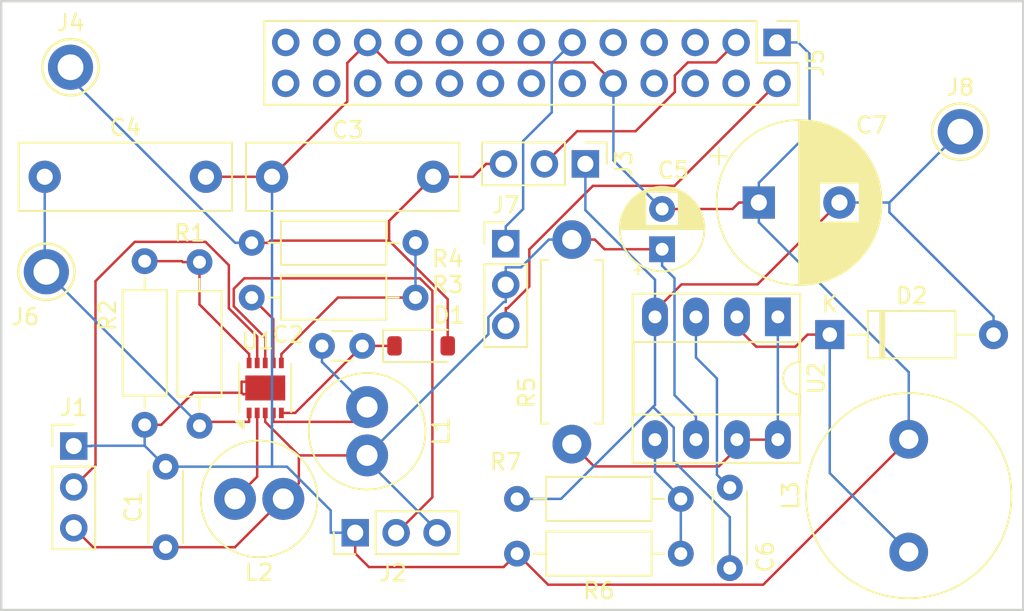
<source format=kicad_pcb>
(kicad_pcb (version 20240108) (generator "pcbnew") (generator_version "8.0")
  (title_block (title "LCD Bias Regulator Test") (date "2024-06-20") (rev "2") (company "Author: Michael Singer") (comment 1 "https://github.com/msinger/gbreveng/") (comment 2 "http://iceboy.a-singer.de/"))
  (layers (0 "F.Cu" signal) (31 "B.Cu" signal) (34 "B.Paste" user) (35 "F.Paste" user) (36 "B.SilkS" user "B.Silkscreen") (37 "F.SilkS" user "F.Silkscreen") (38 "B.Mask" user) (39 "F.Mask" user) (44 "Edge.Cuts" user))
  (net 0 "")
  (net 1 "VCC")
  (net 2 "GND")
  (net 3 "Net-(U1-SW2)")
  (net 4 "Net-(D1-K)")
  (net 5 "Net-(D1-A)")
  (net 6 "Net-(U1-VOUT1)")
  (net 7 "Net-(U2-TC)")
  (net 8 "Net-(D2-A)")
  (net 9 "Net-(D2-K)")
  (net 10 "Net-(J1-Pin_2)")
  (net 11 "Net-(J2-Pin_2)")
  (net 12 "Net-(J3-Pin_2)")
  (net 15 "Net-(J5-Pin_2)")
  (net 33 "Net-(J5-Pin_11)")
  (net 35 "Net-(U1-SW1)")
  (net 36 "Net-(U1-FB1)")
  (net 37 "Net-(U1-FB2)")
  (net 38 "Net-(U1-VREF)")
  (net 39 "Net-(U2-DC)")
  (net 40 "Net-(U2-Vfb)")
  (footprint "Capacitor_THT:C_Disc_D4.3mm_W1.9mm_P5.00mm" (layer "F.Cu") (at 108.2 134.3 90)
    (property "Reference" "C1" (at 2.5 -2.01 90) (layer "F.SilkS"))
    (property "Value" "1µ")
    (pad "1" thru_hole circle (at 0 0 90) (size 1.6 1.6) (drill 0.8) (layers "*.Cu" "*.Mask") (net 1 "VCC"))
    (pad "2" thru_hole circle (at 5 0 90) (size 1.6 1.6) (drill 0.8) (layers "*.Cu" "*.Mask") (net 2 "GND"))
  )
  (footprint "Capacitor_THT:C_Disc_D3.0mm_W1.6mm_P2.50mm" (layer "F.Cu") (at 120.4 121.8 180)
    (property "Reference" "C2" (at 4.6 0.7 180) (layer "F.SilkS"))
    (property "Value" "100n")
    (pad "1" thru_hole circle (at 0 0 180) (size 1.6 1.6) (drill 0.8) (layers "*.Cu" "*.Mask") (net 4 "Net-(D1-K)"))
    (pad "2" thru_hole circle (at 2.5 0 180) (size 1.6 1.6) (drill 0.8) (layers "*.Cu" "*.Mask") (net 3 "Net-(U1-SW2)"))
  )
  (footprint "Capacitor_THT:C_Rect_L13.0mm_W4.0mm_P10.00mm_FKS3_FKP3_MKS4" (layer "F.Cu") (at 124.8 111.3 180)
    (property "Reference" "C3" (at 5.3 2.9 180) (layer "F.SilkS"))
    (property "Value" "470n")
    (pad "1" thru_hole circle (at 0 0 180) (size 2 2) (drill 1) (layers "*.Cu" "*.Mask") (net 5 "Net-(D1-A)"))
    (pad "2" thru_hole circle (at 10 0 180) (size 2 2) (drill 1) (layers "*.Cu" "*.Mask") (net 2 "GND"))
  )
  (footprint "Capacitor_THT:C_Rect_L13.0mm_W4.0mm_P10.00mm_FKS3_FKP3_MKS4" (layer "F.Cu") (at 100.7 111.3)
    (property "Reference" "C4" (at 5 -3.06 0) (layer "F.SilkS"))
    (property "Value" "470n")
    (pad "1" thru_hole circle (at 0 0) (size 2 2) (drill 1) (layers "*.Cu" "*.Mask") (net 6 "Net-(U1-VOUT1)"))
    (pad "2" thru_hole circle (at 10 0) (size 2 2) (drill 1) (layers "*.Cu" "*.Mask") (net 2 "GND"))
  )
  (footprint "Capacitor_THT:CP_Radial_D5.0mm_P2.50mm" (layer "F.Cu") (at 139 115.8 90)
    (property "Reference" "C5" (at 4.9 0.7 180) (layer "F.SilkS"))
    (property "Value" "100µ")
    (pad "1" thru_hole rect (at 0 0 90) (size 1.6 1.6) (drill 0.8) (layers "*.Cu" "*.Mask") (net 1 "VCC"))
    (pad "2" thru_hole circle (at 2.5 0 90) (size 1.6 1.6) (drill 0.8) (layers "*.Cu" "*.Mask") (net 2 "GND"))
  )
  (footprint "Capacitor_THT:C_Disc_D4.3mm_W1.9mm_P5.00mm" (layer "F.Cu") (at 143.2 135.6 90)
    (property "Reference" "C6" (at 0.7 2.2 90) (layer "F.SilkS"))
    (property "Value" "1.5n")
    (pad "1" thru_hole circle (at 0 0 90) (size 1.6 1.6) (drill 0.8) (layers "*.Cu" "*.Mask") (net 8 "Net-(D2-A)"))
    (pad "2" thru_hole circle (at 5 0 90) (size 1.6 1.6) (drill 0.8) (layers "*.Cu" "*.Mask") (net 7 "Net-(U2-TC)"))
  )
  (footprint "Capacitor_THT:CP_Radial_D10.0mm_P5.00mm" (layer "F.Cu") (at 145 112.9)
    (property "Reference" "C7" (at 7 -4.8 0) (layer "F.SilkS"))
    (property "Value" "1000µ")
    (pad "1" thru_hole rect (at 0 0) (size 2 2) (drill 1) (layers "*.Cu" "*.Mask") (net 2 "GND"))
    (pad "2" thru_hole circle (at 5 0) (size 2 2) (drill 1) (layers "*.Cu" "*.Mask") (net 8 "Net-(D2-A)"))
  )
  (footprint "Diode_SMD:D_SOD-123" (layer "F.Cu") (at 124.05 121.8)
    (property "Reference" "D1" (at 1.75 -1.9 0) (layer "F.SilkS"))
    (property "Value" "B0540W")
    (pad "1" smd roundrect (at -1.65 0) (size 0.9 1.2) (layers "F.Cu" "F.Paste" "F.Mask") (net 4 "Net-(D1-K)"))
    (pad "2" smd roundrect (at 1.65 0) (size 0.9 1.2) (layers "F.Cu" "F.Paste" "F.Mask") (net 5 "Net-(D1-A)"))
  )
  (footprint "Diode_THT:D_A-405_P10.16mm_Horizontal" (layer "F.Cu") (at 149.4 121.1)
    (property "Reference" "D2" (at 5.08 -2.41 0) (layer "F.SilkS"))
    (property "Value" "1N5819")
    (fp_text user "K" (at 0 -1.9 0) (layer "F.SilkS"))
    (pad "1" thru_hole rect (at 0 0) (size 1.8 1.8) (drill 0.9) (layers "*.Cu" "*.Mask") (net 9 "Net-(D2-K)"))
    (pad "2" thru_hole oval (at 10.16 0) (size 1.8 1.8) (drill 0.9) (layers "*.Cu" "*.Mask") (net 8 "Net-(D2-A)"))
  )
  (footprint "Connector_PinHeader_2.54mm:PinHeader_1x03_P2.54mm_Vertical" (layer "F.Cu") (at 102.5 128.02)
    (property "Reference" "J1" (at 0 -2.39 0) (layer "F.SilkS"))
    (property "Value" "Conn_01x03")
    (pad "1" thru_hole rect (at 0 0) (size 1.7 1.7) (drill 1) (layers "*.Cu" "*.Mask") (net 2 "GND"))
    (pad "2" thru_hole oval (at 0 2.54) (size 1.7 1.7) (drill 1) (layers "*.Cu" "*.Mask") (net 10 "Net-(J1-Pin_2)"))
    (pad "3" thru_hole oval (at 0 5.08) (size 1.7 1.7) (drill 1) (layers "*.Cu" "*.Mask") (net 1 "VCC"))
  )
  (footprint "Connector_PinHeader_2.54mm:PinHeader_1x03_P2.54mm_Vertical" (layer "F.Cu") (at 119.96 133.4 90)
    (property "Reference" "J2" (at -2.5 2.34 180) (layer "F.SilkS"))
    (property "Value" "Conn_01x03")
    (pad "1" thru_hole rect (at 0 0 90) (size 1.7 1.7) (drill 1) (layers "*.Cu" "*.Mask") (net 2 "GND"))
    (pad "2" thru_hole oval (at 0 2.54 90) (size 1.7 1.7) (drill 1) (layers "*.Cu" "*.Mask") (net 11 "Net-(J2-Pin_2)"))
    (pad "3" thru_hole oval (at 0 5.08 90) (size 1.7 1.7) (drill 1) (layers "*.Cu" "*.Mask") (net 1 "VCC"))
  )
  (footprint "Connector_PinHeader_2.54mm:PinHeader_1x03_P2.54mm_Vertical" (layer "F.Cu") (at 134.24 110.5 -90)
    (property "Reference" "J3" (at 0 -2.39 -90) (layer "F.SilkS"))
    (property "Value" "Conn_01x03")
    (pad "1" thru_hole rect (at 0 0 270) (size 1.7 1.7) (drill 1) (layers "*.Cu" "*.Mask") (net 8 "Net-(D2-A)"))
    (pad "2" thru_hole oval (at 0 2.54 270) (size 1.7 1.7) (drill 1) (layers "*.Cu" "*.Mask") (net 12 "Net-(J3-Pin_2)"))
    (pad "3" thru_hole oval (at 0 5.08 270) (size 1.7 1.7) (drill 1) (layers "*.Cu" "*.Mask") (net 5 "Net-(D1-A)"))
  )
  (footprint "TestPoint:TestPoint_Keystone_5010-5014_Multipurpose" (layer "F.Cu") (at 102.3 104.5)
    (property "Reference" "J4" (at 0 -2.75 0) (layer "F.SilkS"))
    (property "Value" "TestPoint")
    (pad "1" thru_hole circle (at 0 0) (size 2.8 2.8) (drill 1.6) (layers "*.Cu" "*.Mask") (net 5 "Net-(D1-A)"))
  )
  (footprint "Connector_PinHeader_2.54mm:PinHeader_2x13_P2.54mm_Vertical" (layer "F.Cu") (at 146.131757 102.96 -90)
    (property "Reference" "J5" (at 1.27 -2.39 -90) (layer "F.SilkS"))
    (property "Value" "Conn_02x13_Odd_Even")
    (pad "1" thru_hole rect (at 0 0 270) (size 1.7 1.7) (drill 1) (layers "*.Cu" "*.Mask") (net 2 "GND"))
    (pad "2" thru_hole oval (at 2.54 0 270) (size 1.7 1.7) (drill 1) (layers "*.Cu" "*.Mask") (net 15 "Net-(J5-Pin_2)"))
    (pad "3" thru_hole oval (at 0 2.54 270) (size 1.7 1.7) (drill 1) (layers "*.Cu" "*.Mask") (net 12 "Net-(J3-Pin_2)"))
    (pad "4" thru_hole oval (at 2.54 2.54 270) (size 1.7 1.7) (drill 1) (layers "*.Cu" "*.Mask"))
    (pad "5" thru_hole oval (at 0 5.08 270) (size 1.7 1.7) (drill 1) (layers "*.Cu" "*.Mask"))
    (pad "6" thru_hole oval (at 2.54 5.08 270) (size 1.7 1.7) (drill 1) (layers "*.Cu" "*.Mask"))
    (pad "7" thru_hole oval (at 0 7.62 270) (size 1.7 1.7) (drill 1) (layers "*.Cu" "*.Mask"))
    (pad "8" thru_hole oval (at 2.54 7.62 270) (size 1.7 1.7) (drill 1) (layers "*.Cu" "*.Mask"))
    (pad "9" thru_hole oval (at 0 10.16 270) (size 1.7 1.7) (drill 1) (layers "*.Cu" "*.Mask"))
    (pad "10" thru_hole oval (at 2.54 10.16 270) (size 1.7 1.7) (drill 1) (layers "*.Cu" "*.Mask") (net 2 "GND"))
    (pad "11" thru_hole oval (at 0 12.7 270) (size 1.7 1.7) (drill 1) (layers "*.Cu" "*.Mask") (net 33 "Net-(J5-Pin_11)"))
    (pad "12" thru_hole oval (at 2.54 12.7 270) (size 1.7 1.7) (drill 1) (layers "*.Cu" "*.Mask"))
    (pad "13" thru_hole oval (at 0 15.24 270) (size 1.7 1.7) (drill 1) (layers "*.Cu" "*.Mask"))
    (pad "14" thru_hole oval (at 2.54 15.24 270) (size 1.7 1.7) (drill 1) (layers "*.Cu" "*.Mask"))
    (pad "15" thru_hole oval (at 0 17.78 270) (size 1.7 1.7) (drill 1) (layers "*.Cu" "*.Mask"))
    (pad "16" thru_hole oval (at 2.54 17.78 270) (size 1.7 1.7) (drill 1) (layers "*.Cu" "*.Mask"))
    (pad "17" thru_hole oval (at 0 20.32 270) (size 1.7 1.7) (drill 1) (layers "*.Cu" "*.Mask"))
    (pad "18" thru_hole oval (at 2.54 20.32 270) (size 1.7 1.7) (drill 1) (layers "*.Cu" "*.Mask"))
    (pad "19" thru_hole oval (at 0 22.86 270) (size 1.7 1.7) (drill 1) (layers "*.Cu" "*.Mask"))
    (pad "20" thru_hole oval (at 2.54 22.86 270) (size 1.7 1.7) (drill 1) (layers "*.Cu" "*.Mask"))
    (pad "21" thru_hole oval (at 0 25.4 270) (size 1.7 1.7) (drill 1) (layers "*.Cu" "*.Mask") (net 2 "GND"))
    (pad "22" thru_hole oval (at 2.54 25.4 270) (size 1.7 1.7) (drill 1) (layers "*.Cu" "*.Mask"))
    (pad "23" thru_hole oval (at 0 27.94 270) (size 1.7 1.7) (drill 1) (layers "*.Cu" "*.Mask"))
    (pad "24" thru_hole oval (at 2.54 27.94 270) (size 1.7 1.7) (drill 1) (layers "*.Cu" "*.Mask"))
    (pad "25" thru_hole oval (at 0 30.48 270) (size 1.7 1.7) (drill 1) (layers "*.Cu" "*.Mask"))
    (pad "26" thru_hole oval (at 2.54 30.48 270) (size 1.7 1.7) (drill 1) (layers "*.Cu" "*.Mask"))
  )
  (footprint "TestPoint:TestPoint_Keystone_5010-5014_Multipurpose" (layer "F.Cu") (at 100.8 117.2)
    (property "Reference" "J6" (at -1.3 2.8 0) (layer "F.SilkS"))
    (property "Value" "TestPoint")
    (pad "1" thru_hole circle (at 0 0) (size 2.8 2.8) (drill 1.6) (layers "*.Cu" "*.Mask") (net 6 "Net-(U1-VOUT1)"))
  )
  (footprint "Connector_PinHeader_2.54mm:PinHeader_1x03_P2.54mm_Vertical" (layer "F.Cu") (at 129.3 115.46)
    (property "Reference" "J7" (at 0 -2.39 0) (layer "F.SilkS"))
    (property "Value" "Conn_01x03")
    (pad "1" thru_hole rect (at 0 0) (size 1.7 1.7) (drill 1) (layers "*.Cu" "*.Mask") (net 33 "Net-(J5-Pin_11)"))
    (pad "2" thru_hole oval (at 0 2.54) (size 1.7 1.7) (drill 1) (layers "*.Cu" "*.Mask") (net 1 "VCC"))
    (pad "3" thru_hole oval (at 0 5.08) (size 1.7 1.7) (drill 1) (layers "*.Cu" "*.Mask") (net 15 "Net-(J5-Pin_2)"))
  )
  (footprint "TestPoint:TestPoint_Keystone_5010-5014_Multipurpose" (layer "F.Cu") (at 157.5 108.5)
    (property "Reference" "J8" (at 0 -2.75 0) (layer "F.SilkS"))
    (property "Value" "TestPoint")
    (pad "1" thru_hole circle (at 0 0) (size 2.8 2.8) (drill 1.6) (layers "*.Cu" "*.Mask") (net 8 "Net-(D2-A)"))
  )
  (footprint "Inductor_THT:L_Radial_D7.0mm_P3.00mm" (layer "F.Cu") (at 120.7 128.6 90)
    (property "Reference" "L1" (at 1.5 4.6 90) (layer "F.SilkS"))
    (property "Value" "10µ")
    (pad "1" thru_hole circle (at 0 0 90) (size 2.6 2.6) (drill 1.3) (layers "*.Cu" "*.Mask") (net 1 "VCC"))
    (pad "2" thru_hole circle (at 3 0 90) (size 2.6 2.6) (drill 1.3) (layers "*.Cu" "*.Mask") (net 3 "Net-(U1-SW2)"))
  )
  (footprint "Inductor_THT:L_Radial_D7.0mm_P3.00mm" (layer "F.Cu") (at 115.5 131.3 180)
    (property "Reference" "L2" (at 1.5 -4.56 180) (layer "F.SilkS"))
    (property "Value" "10µ")
    (pad "1" thru_hole circle (at 0 0 180) (size 2.6 2.6) (drill 1.3) (layers "*.Cu" "*.Mask") (net 1 "VCC"))
    (pad "2" thru_hole circle (at 3 0 180) (size 2.6 2.6) (drill 1.3) (layers "*.Cu" "*.Mask") (net 35 "Net-(U1-SW1)"))
  )
  (footprint "Inductor_THT:L_Radial_D12.5mm_P7.00mm_Fastron_09HCP" (layer "F.Cu") (at 154.3 134.6 90)
    (property "Reference" "L3" (at 3.5 -7.31 90) (layer "F.SilkS"))
    (property "Value" "88µ")
    (pad "1" thru_hole circle (at 0 0 90) (size 2.4 2.4) (drill 1.2) (layers "*.Cu" "*.Mask") (net 9 "Net-(D2-K)"))
    (pad "2" thru_hole circle (at 7 0 90) (size 2.4 2.4) (drill 1.2) (layers "*.Cu" "*.Mask") (net 2 "GND"))
  )
  (footprint "Resistor_THT:R_Axial_DIN0207_L6.3mm_D2.5mm_P10.16mm_Horizontal" (layer "F.Cu") (at 110.3 126.76 90)
    (property "Reference" "R1" (at 11.96 -0.6 180) (layer "F.SilkS"))
    (property "Value" "1M")
    (pad "1" thru_hole circle (at 0 0 90) (size 1.6 1.6) (drill 0.8) (layers "*.Cu" "*.Mask") (net 6 "Net-(U1-VOUT1)"))
    (pad "2" thru_hole oval (at 10.16 0 90) (size 1.6 1.6) (drill 0.8) (layers "*.Cu" "*.Mask") (net 36 "Net-(U1-FB1)"))
  )
  (footprint "Resistor_THT:R_Axial_DIN0207_L6.3mm_D2.5mm_P10.16mm_Horizontal" (layer "F.Cu") (at 106.9 116.54 -90)
    (property "Reference" "R2" (at 3.36 2.3 -90) (layer "F.SilkS"))
    (property "Value" "330k")
    (pad "1" thru_hole circle (at 0 0 270) (size 1.6 1.6) (drill 0.8) (layers "*.Cu" "*.Mask") (net 36 "Net-(U1-FB1)"))
    (pad "2" thru_hole oval (at 10.16 0 270) (size 1.6 1.6) (drill 0.8) (layers "*.Cu" "*.Mask") (net 2 "GND"))
  )
  (footprint "Resistor_THT:R_Axial_DIN0207_L6.3mm_D2.5mm_P10.16mm_Horizontal" (layer "F.Cu") (at 113.54 118.8)
    (property "Reference" "R3" (at 12.16 -0.8 0) (layer "F.SilkS"))
    (property "Value" "68k")
    (pad "1" thru_hole circle (at 0 0) (size 1.6 1.6) (drill 0.8) (layers "*.Cu" "*.Mask") (net 38 "Net-(U1-VREF)"))
    (pad "2" thru_hole oval (at 10.16 0) (size 1.6 1.6) (drill 0.8) (layers "*.Cu" "*.Mask") (net 37 "Net-(U1-FB2)"))
  )
  (footprint "Resistor_THT:R_Axial_DIN0207_L6.3mm_D2.5mm_P10.16mm_Horizontal" (layer "F.Cu") (at 123.7 115.4 180)
    (property "Reference" "R4" (at -2 -1 180) (layer "F.SilkS"))
    (property "Value" "1M")
    (pad "1" thru_hole circle (at 0 0 180) (size 1.6 1.6) (drill 0.8) (layers "*.Cu" "*.Mask") (net 37 "Net-(U1-FB2)"))
    (pad "2" thru_hole oval (at 10.16 0 180) (size 1.6 1.6) (drill 0.8) (layers "*.Cu" "*.Mask") (net 5 "Net-(D1-A)"))
  )
  (footprint "Resistor_THT:R_Axial_DIN0411_L9.9mm_D3.6mm_P12.70mm_Horizontal" (layer "F.Cu") (at 133.4 127.9 90)
    (property "Reference" "R5" (at 3.2 -2.8 90) (layer "F.SilkS"))
    (property "Value" "0.24")
    (pad "1" thru_hole circle (at 0 0 90) (size 2.4 2.4) (drill 1.2) (layers "*.Cu" "*.Mask") (net 39 "Net-(U2-DC)"))
    (pad "2" thru_hole oval (at 12.7 0 90) (size 2.4 2.4) (drill 1.2) (layers "*.Cu" "*.Mask") (net 1 "VCC"))
  )
  (footprint "Resistor_THT:R_Axial_DIN0207_L6.3mm_D2.5mm_P10.16mm_Horizontal" (layer "F.Cu") (at 140.16 134.7 180)
    (property "Reference" "R6" (at 5.08 -2.31 180) (layer "F.SilkS"))
    (property "Value" "39k")
    (pad "1" thru_hole circle (at 0 0 180) (size 1.6 1.6) (drill 0.8) (layers "*.Cu" "*.Mask") (net 40 "Net-(U2-Vfb)"))
    (pad "2" thru_hole oval (at 10.16 0 180) (size 1.6 1.6) (drill 0.8) (layers "*.Cu" "*.Mask") (net 2 "GND"))
  )
  (footprint "Resistor_THT:R_Axial_DIN0207_L6.3mm_D2.5mm_P10.16mm_Horizontal" (layer "F.Cu") (at 130 131.3)
    (property "Reference" "R7" (at -0.7 -2.3 0) (layer "F.SilkS"))
    (property "Value" "2k7")
    (pad "1" thru_hole circle (at 0 0) (size 1.6 1.6) (drill 0.8) (layers "*.Cu" "*.Mask") (net 8 "Net-(D2-A)"))
    (pad "2" thru_hole oval (at 10.16 0) (size 1.6 1.6) (drill 0.8) (layers "*.Cu" "*.Mask") (net 40 "Net-(U2-Vfb)"))
  )
  (footprint "Package_DFN_QFN:DFN-10-1EP_3x3mm_P0.5mm_EP1.55x2.48mm" (layer "F.Cu") (at 114.38 124.412 90)
    (property "Reference" "U1" (at 2.9125 -0.48 180) (layer "F.SilkS"))
    (property "Value" "LT3463")
    (pad "1" smd rect (at -1.55 -1 90) (size 0.65 0.3) (layers "F.Cu" "F.Paste" "F.Mask") (net 6 "Net-(U1-VOUT1)"))
    (pad "2" smd rect (at -1.55 -0.5 90) (size 0.65 0.3) (layers "F.Cu" "F.Paste" "F.Mask") (net 35 "Net-(U1-SW1)"))
    (pad "3" smd rect (at -1.55 0 90) (size 0.65 0.3) (layers "F.Cu" "F.Paste" "F.Mask") (net 1 "VCC"))
    (pad "4" smd rect (at -1.55 0.5 90) (size 0.65 0.3) (layers "F.Cu" "F.Paste" "F.Mask") (net 3 "Net-(U1-SW2)"))
    (pad "5" smd rect (at -1.55 1 90) (size 0.65 0.3) (layers "F.Cu" "F.Paste" "F.Mask") (net 4 "Net-(D1-K)"))
    (pad "6" smd rect (at 1.55 1 90) (size 0.65 0.3) (layers "F.Cu" "F.Paste" "F.Mask") (net 37 "Net-(U1-FB2)"))
    (pad "7" smd rect (at 1.55 0.5 90) (size 0.65 0.3) (layers "F.Cu" "F.Paste" "F.Mask") (net 38 "Net-(U1-VREF)"))
    (pad "8" smd rect (at 1.55 0 90) (size 0.65 0.3) (layers "F.Cu" "F.Paste" "F.Mask") (net 11 "Net-(J2-Pin_2)"))
    (pad "9" smd rect (at 1.55 -0.5 90) (size 0.65 0.3) (layers "F.Cu" "F.Paste" "F.Mask") (net 10 "Net-(J1-Pin_2)"))
    (pad "10" smd rect (at 1.55 -1 90) (size 0.65 0.3) (layers "F.Cu" "F.Paste" "F.Mask") (net 36 "Net-(U1-FB1)"))
    (pad "11" smd rect (at 0 0 90) (size 1.55 2.48) (layers "F.Cu" "F.Mask") (net 2 "GND"))
  )
  (footprint "Package_DIP:DIP-8_W7.62mm_Socket_LongPads" (layer "F.Cu") (at 146.18 120 -90)
    (property "Reference" "U2" (at 3.81 -2.39 -90) (layer "F.SilkS"))
    (property "Value" "MC33063A")
    (pad "1" thru_hole rect (at 0 0 270) (size 2.4 1.6) (drill 0.8) (layers "*.Cu" "*.Mask") (net 39 "Net-(U2-DC)"))
    (pad "2" thru_hole oval (at 0 2.54 270) (size 2.4 1.6) (drill 0.8) (layers "*.Cu" "*.Mask") (net 9 "Net-(D2-K)"))
    (pad "3" thru_hole oval (at 0 5.08 270) (size 2.4 1.6) (drill 0.8) (layers "*.Cu" "*.Mask") (net 7 "Net-(U2-TC)"))
    (pad "4" thru_hole oval (at 0 7.62 270) (size 2.4 1.6) (drill 0.8) (layers "*.Cu" "*.Mask") (net 8 "Net-(D2-A)"))
    (pad "5" thru_hole oval (at 7.62 7.62 270) (size 2.4 1.6) (drill 0.8) (layers "*.Cu" "*.Mask") (net 40 "Net-(U2-Vfb)"))
    (pad "6" thru_hole oval (at 7.62 5.08 270) (size 2.4 1.6) (drill 0.8) (layers "*.Cu" "*.Mask") (net 1 "VCC"))
    (pad "7" thru_hole oval (at 7.62 2.54 270) (size 2.4 1.6) (drill 0.8) (layers "*.Cu" "*.Mask") (net 39 "Net-(U2-DC)"))
    (pad "8" thru_hole oval (at 7.62 0 270) (size 2.4 1.6) (drill 0.8) (layers "*.Cu" "*.Mask") (net 39 "Net-(U2-DC)"))
  )
  (gr_line (start 98 138.2) (end 161.4 138.2) (stroke (width 0.15)) (layer "Edge.Cuts"))
  (gr_line (start 161.4 100.4) (end 98 100.4) (stroke (width 0.15)) (layer "Edge.Cuts"))
  (gr_line (start 98 100.4) (end 98 138.2) (stroke (width 0.15)) (layer "Edge.Cuts"))
  (gr_line (start 161.4 138.2) (end 161.4 100.4) (stroke (width 0.15)) (layer "Edge.Cuts"))
  (segment (start 112.5 134.3) (end 108.2 134.3) (width 0.152) (layer "F.Cu") (net 1))
  (segment (start 116.4647 128.6) (end 120.7 128.6) (width 0.152) (layer "F.Cu") (net 1))
  (segment (start 103.703103 134.3) (end 102.503103 133.1) (width 0.152) (layer "F.Cu") (net 1))
  (segment (start 114.38 126.5153) (end 116.4647 128.6) (width 0.152) (layer "F.Cu") (net 1))
  (segment (start 115.5 131.3) (end 112.5 134.3) (width 0.152) (layer "F.Cu") (net 1))
  (segment (start 133.4 115.2) (end 134.8283 115.2) (width 0.152) (layer "F.Cu") (net 1))
  (segment (start 135.4283 115.8) (end 134.8283 115.2) (width 0.152) (layer "F.Cu") (net 1))
  (segment (start 116.4647 130.3353) (end 115.5 131.3) (width 0.152) (layer "F.Cu") (net 1))
  (segment (start 114.38 125.962) (end 114.38 126.5153) (width 0.152) (layer "F.Cu") (net 1))
  (segment (start 108.2 134.3) (end 103.703103 134.3) (width 0.152) (layer "F.Cu") (net 1))
  (segment (start 102.503103 133.1) (end 102.5 133.1) (width 0.152) (layer "F.Cu") (net 1))
  (segment (start 139 115.8) (end 135.4283 115.8) (width 0.152) (layer "F.Cu") (net 1))
  (segment (start 116.4647 128.6) (end 116.4647 130.3353) (width 0.152) (layer "F.Cu") (net 1))
  (segment (start 125.04 133.25455) (end 125.04 133.4) (width 0.152) (layer "B.Cu") (net 1))
  (segment (start 131.9717 115.2) (end 130.25 116.9217) (width 0.152) (layer "B.Cu") (net 1))
  (segment (start 133.4 115.2) (end 131.9717 115.2) (width 0.152) (layer "B.Cu") (net 1))
  (segment (start 120.7 128.91455) (end 125.04 133.25455) (width 0.152) (layer "B.Cu") (net 1))
  (segment (start 129.3 119.0783) (end 129.1651 119.0783) (width 0.152) (layer "B.Cu") (net 1))
  (segment (start 141.1 127.62) (end 141.1 126.1917) (width 0.152) (layer "B.Cu") (net 1))
  (segment (start 139 115.8) (end 139 116.8283) (width 0.152) (layer "B.Cu") (net 1))
  (segment (start 129.3 118) (end 129.3 116.9217) (width 0.152) (layer "B.Cu") (net 1))
  (segment (start 129.1651 119.0783) (end 128.2217 120.0217) (width 0.152) (layer "B.Cu") (net 1))
  (segment (start 128.2217 121.0783) (end 120.7 128.6) (width 0.152) (layer "B.Cu") (net 1))
  (segment (start 130.25 116.9217) (end 129.3 116.9217) (width 0.152) (layer "B.Cu") (net 1))
  (segment (start 139.7689 117.5972) (end 139 116.8283) (width 0.152) (layer "B.Cu") (net 1))
  (segment (start 128.2217 120.0217) (end 128.2217 121.0783) (width 0.152) (layer "B.Cu") (net 1))
  (segment (start 129.3 118) (end 129.3 119.0783) (width 0.152) (layer "B.Cu") (net 1))
  (segment (start 120.7 128.6) (end 120.7 128.91455) (width 0.152) (layer "B.Cu") (net 1))
  (segment (start 139.7689 124.8606) (end 139.7689 117.5972) (width 0.152) (layer "B.Cu") (net 1))
  (segment (start 141.1 126.1917) (end 139.7689 124.8606) (width 0.152) (layer "B.Cu") (net 1))
  (segment (start 134.721004 104.201053) (end 135.98 105.460049) (width 0.152) (layer "F.Cu") (net 2))
  (segment (start 113.76 124.0245) (end 112.9117 124.0245) (width 0.152) (layer "F.Cu") (net 2))
  (segment (start 119.96 133.4) (end 119.96 134.681131) (width 0.152) (layer "F.Cu") (net 2))
  (segment (start 145 112.9) (end 143.7717 112.9) (width 0.152) (layer "F.Cu") (net 2))
  (segment (start 110.7 111.3) (end 114.8 111.3) (width 0.152) (layer "F.Cu") (net 2))
  (segment (start 130 134.7) (end 131.928001 136.628001) (width 0.152) (layer "F.Cu") (net 2))
  (segment (start 143.3717 113.3) (end 143.7717 112.9) (width 0.152) (layer "F.Cu") (net 2))
  (segment (start 113.0328 124.7995) (end 113.0016 124.7995) (width 0.152) (layer "F.Cu") (net 2))
  (segment (start 119.47 106.63) (end 119.47 104.23) (width 0.152) (layer "F.Cu") (net 2))
  (segment (start 120.74 102.96) (end 120.751656 102.96) (width 0.152) (layer "F.Cu") (net 2))
  (segment (start 109.9187 124.7096) (end 107.9283 126.7) (width 0.152) (layer "F.Cu") (net 2))
  (segment (start 119.47 104.23) (end 119.6617 104.0383) (width 0.152) (layer "F.Cu") (net 2))
  (segment (start 113.76 124.7995) (end 113.0328 124.7995) (width 0.152) (layer "F.Cu") (net 2))
  (segment (start 113.76 124.0245) (end 114.6083 124.0245) (width 0.152) (layer "F.Cu") (net 2))
  (segment (start 139 113.3) (end 143.3717 113.3) (width 0.152) (layer "F.Cu") (net 2))
  (segment (start 114.6083 124.0245) (end 115 124.0245) (width 0.152) (layer "F.Cu") (net 2))
  (segment (start 121.992709 104.201053) (end 134.721004 104.201053) (width 0.152) (layer "F.Cu") (net 2))
  (segment (start 129.168533 135.531467) (end 130 134.7) (width 0.152) (layer "F.Cu") (net 2))
  (segment (start 113.0016 124.7995) (end 112.9117 124.7096) (width 0.152) (layer "F.Cu") (net 2))
  (segment (start 145.271999 136.628001) (end 153.100001 128.799999) (width 0.152) (layer "F.Cu") (net 2))
  (segment (start 120.751656 102.96) (end 121.992709 104.201053) (width 0.152) (layer "F.Cu") (net 2))
  (segment (start 106.9 126.7) (end 107.9283 126.7) (width 0.152) (layer "F.Cu") (net 2))
  (segment (start 112.9117 124.7096) (end 109.9187 124.7096) (width 0.152) (layer "F.Cu") (net 2))
  (segment (start 131.928001 136.628001) (end 145.271999 136.628001) (width 0.152) (layer "F.Cu") (net 2))
  (segment (start 135.98 105.460049) (end 135.98 105.5) (width 0.152) (layer "F.Cu") (net 2))
  (segment (start 120.810336 135.531467) (end 129.168533 135.531467) (width 0.152) (layer "F.Cu") (net 2))
  (segment (start 115 124.7995) (end 115 124.0245) (width 0.152) (layer "F.Cu") (net 2))
  (segment (start 119.96 134.681131) (end 120.810336 135.531467) (width 0.152) (layer "F.Cu") (net 2))
  (segment (start 119.6617 104.0383) (end 120.74 102.96) (width 0.152) (layer "F.Cu") (net 2))
  (segment (start 114.8 111.3) (end 119.47 106.63) (width 0.152) (layer "F.Cu") (net 2))
  (segment (start 112.9117 124.7096) (end 112.9117 124.0245) (width 0.152) (layer "F.Cu") (net 2))
  (segment (start 153.100001 128.799999) (end 154.3 127.6) (width 0.152) (layer "F.Cu") (net 2))
  (segment (start 147.440839 102.96) (end 148.146603 103.665764) (width 0.152) (layer "B.Cu") (net 2))
  (segment (start 139 113.3) (end 135.98 110.28) (width 0.152) (layer "B.Cu") (net 2))
  (segment (start 102.5 128.02) (end 103.5783 128.02) (width 0.152) (layer "B.Cu") (net 2))
  (segment (start 115.7252 129.3) (end 118.441991 132.016791) (width 0.152) (layer "B.Cu") (net 2))
  (segment (start 148.146603 103.665764) (end 148.146603 108.525097) (width 0.152) (layer "B.Cu") (net 2))
  (segment (start 154.3 123.4283) (end 145 114.1283) (width 0.152) (layer "B.Cu") (net 2))
  (segment (start 106.9 128) (end 108.2 129.3) (width 0.152) (layer "B.Cu") (net 2))
  (segment (start 154.3 127.6) (end 154.3 123.4283) (width 0.152) (layer "B.Cu") (net 2))
  (segment (start 145 111.6717) (end 145 112.9) (width 0.152) (layer "B.Cu") (net 2))
  (segment (start 106.9 126.7) (end 106.9 128) (width 0.152) (layer "B.Cu") (net 2))
  (segment (start 108.2 129.3) (end 114.8 129.3) (width 0.152) (layer "B.Cu") (net 2))
  (segment (start 145 112.9) (end 145 114.1283) (width 0.152) (layer "B.Cu") (net 2))
  (segment (start 146.14 102.96) (end 147.440839 102.96) (width 0.152) (layer "B.Cu") (net 2))
  (segment (start 135.98 110.28) (end 135.98 105.5) (width 0.152) (layer "B.Cu") (net 2))
  (segment (start 114.8 129.3) (end 115.7252 129.3) (width 0.152) (layer "B.Cu") (net 2))
  (segment (start 114.8 129.3) (end 114.8 111.3) (width 0.152) (layer "B.Cu") (net 2))
  (segment (start 118.441991 133.4) (end 119.96 133.4) (width 0.152) (layer "B.Cu") (net 2))
  (segment (start 148.146603 108.525097) (end 145 111.6717) (width 0.152) (layer "B.Cu") (net 2))
  (segment (start 118.441991 132.016791) (end 118.441991 133.4) (width 0.152) (layer "B.Cu") (net 2))
  (segment (start 103.5983 128) (end 103.5783 128.02) (width 0.152) (layer "B.Cu") (net 2))
  (segment (start 106.9 128) (end 103.5983 128) (width 0.152) (layer "B.Cu") (net 2))
  (segment (start 119.7847 126.5153) (end 120.7 125.6) (width 0.152) (layer "F.Cu") (net 3))
  (segment (start 114.88 126.5153) (end 119.7847 126.5153) (width 0.152) (layer "F.Cu") (net 3))
  (segment (start 114.88 125.962) (end 114.88 126.5153) (width 0.152) (layer "F.Cu") (net 3))
  (segment (start 117.9 122.8) (end 117.9 121.8) (width 0.152) (layer "B.Cu") (net 3))
  (segment (start 120.7 125.6) (end 117.9 122.8) (width 0.152) (layer "B.Cu") (net 3))
  (segment (start 115.38 125.962) (end 116.238 125.962) (width 0.152) (layer "F.Cu") (net 4))
  (segment (start 116.238 125.962) (end 120.4 121.8) (width 0.152) (layer "F.Cu") (net 4))
  (segment (start 120.4 121.8) (end 121.7217 121.8) (width 0.152) (layer "F.Cu") (net 4))
  (segment (start 122.4 121.8) (end 121.7217 121.8) (width 0.152) (layer "F.Cu") (net 4))
  (segment (start 122.0626 115.2642) (end 114.7041 115.2642) (width 0.152) (layer "F.Cu") (net 5))
  (segment (start 125.7 121.8) (end 125.7 118.9016) (width 0.152) (layer "F.Cu") (net 5))
  (segment (start 125.7 118.9016) (end 122.0626 115.2642) (width 0.152) (layer "F.Cu") (net 5))
  (segment (start 129.16 110.5) (end 128.0817 110.5) (width 0.152) (layer "F.Cu") (net 5))
  (segment (start 127.2817 111.3) (end 128.0817 110.5) (width 0.152) (layer "F.Cu") (net 5))
  (segment (start 122.0626 114.0374) (end 124.8 111.3) (width 0.152) (layer "F.Cu") (net 5))
  (segment (start 122.0626 115.2642) (end 122.0626 114.0374) (width 0.152) (layer "F.Cu") (net 5))
  (segment (start 114.7041 115.2642) (end 114.5683 115.4) (width 0.152) (layer "F.Cu") (net 5))
  (segment (start 113.54 115.4) (end 114.5683 115.4) (width 0.152) (layer "F.Cu") (net 5))
  (segment (start 124.8 111.3) (end 127.2817 111.3) (width 0.152) (layer "F.Cu") (net 5))
  (segment (start 102.3 105.1883) (end 112.5117 115.4) (width 0.152) (layer "B.Cu") (net 5))
  (segment (start 102.3 104.5) (end 102.3 105.1883) (width 0.152) (layer "B.Cu") (net 5))
  (segment (start 113.54 115.4) (end 112.5117 115.4) (width 0.152) (layer "B.Cu") (net 5))
  (segment (start 113.38 126.5153) (end 110.5447 126.5153) (width 0.152) (layer "F.Cu") (net 6))
  (segment (start 110.5447 126.5153) (end 110.3 126.76) (width 0.152) (layer "F.Cu") (net 6))
  (segment (start 113.38 125.962) (end 113.38 126.5153) (width 0.152) (layer "F.Cu") (net 6))
  (segment (start 110.3 126.76) (end 110.3 126.7) (width 0.152) (layer "B.Cu") (net 6))
  (segment (start 100.7 117.1) (end 100.8 117.2) (width 0.152) (layer "B.Cu") (net 6))
  (segment (start 100.7 111.3) (end 100.7 117.1) (width 0.152) (layer "B.Cu") (net 6))
  (segment (start 110.3 126.7) (end 100.8 117.2) (width 0.152) (layer "B.Cu") (net 6))
  (segment (start 142.40202 129.80202) (end 143.2 130.6) (width 0.152) (layer "B.Cu") (net 7))
  (segment (start 142.40202 123.82335) (end 142.40202 129.80202) (width 0.152) (layer "B.Cu") (net 7))
  (segment (start 141.1 120) (end 141.1 122.52133) (width 0.152) (layer "B.Cu") (net 7))
  (segment (start 141.1 122.52133) (end 142.40202 123.82335) (width 0.152) (layer "B.Cu") (net 7))
  (segment (start 144.918225 117.981775) (end 150 112.9) (width 0.152) (layer "F.Cu") (net 8))
  (segment (start 138.56 120) (end 138.56 119.623268) (width 0.152) (layer "F.Cu") (net 8))
  (segment (start 140.201493 117.981775) (end 144.918225 117.981775) (width 0.152) (layer "F.Cu") (net 8))
  (segment (start 138.56 119.623268) (end 140.201493 117.981775) (width 0.152) (layer "F.Cu") (net 8))
  (segment (start 138.56 125.4678) (end 138.56 120) (width 0.152) (layer "B.Cu") (net 8))
  (segment (start 138.4384 125.5894) (end 138.56 125.4678) (width 0.152) (layer "B.Cu") (net 8))
  (segment (start 134.24 110.5) (end 134.24 113.3737) (width 0.152) (layer "B.Cu") (net 8))
  (segment (start 159.56 121.1) (end 159.56 119.9717) (width 0.152) (layer "B.Cu") (net 8))
  (segment (start 138.4384 125.5894) (end 139.7223 126.8734) (width 0.152) (layer "B.Cu") (net 8))
  (segment (start 132.7278 131.3) (end 138.4384 125.5894) (width 0.152) (layer "B.Cu") (net 8))
  (segment (start 143.2 132.429834) (end 143.2 135.6) (width 0.152) (layer "B.Cu") (net 8))
  (segment (start 153.1 113.5117) (end 153.1 112.9) (width 0.152) (layer "B.Cu") (net 8))
  (segment (start 139.7223 126.8734) (end 139.7223 128.952134) (width 0.152) (layer "B.Cu") (net 8))
  (segment (start 138.56 117.6937) (end 138.56 120) (width 0.152) (layer "B.Cu") (net 8))
  (segment (start 153.1 112.9) (end 150 112.9) (width 0.152) (layer "B.Cu") (net 8))
  (segment (start 157.5 108.5) (end 153.1 112.9) (width 0.152) (layer "B.Cu") (net 8))
  (segment (start 134.24 113.3737) (end 138.56 117.6937) (width 0.152) (layer "B.Cu") (net 8))
  (segment (start 130 131.3) (end 132.7278 131.3) (width 0.152) (layer "B.Cu") (net 8))
  (segment (start 139.7223 128.952134) (end 143.2 132.429834) (width 0.152) (layer "B.Cu") (net 8))
  (segment (start 159.56 119.9717) (end 153.1 113.5117) (width 0.152) (layer "B.Cu") (net 8))
  (segment (start 143.64 120.652009) (end 144.839952 121.851961) (width 0.152) (layer "F.Cu") (net 9))
  (segment (start 143.64 120) (end 143.64 120.652009) (width 0.152) (layer "F.Cu") (net 9))
  (segment (start 147.270165 121.851961) (end 148.022126 121.1) (width 0.152) (layer "F.Cu") (net 9))
  (segment (start 144.839952 121.851961) (end 147.270165 121.851961) (width 0.152) (layer "F.Cu") (net 9))
  (segment (start 148.022126 121.1) (end 149.4 121.1) (width 0.152) (layer "F.Cu") (net 9))
  (segment (start 149.4 129.7) (end 149.4 121.1) (width 0.152) (layer "B.Cu") (net 9))
  (segment (start 154.3 134.6) (end 149.4 129.7) (width 0.152) (layer "B.Cu") (net 9))
  (segment (start 106.287321 115.341406) (end 110.674361 115.341406) (width 0.152) (layer "F.Cu") (net 10))
  (segment (start 112.122065 116.78911) (end 112.122065 119.466823) (width 0.152) (layer "F.Cu") (net 10))
  (segment (start 113.88 122.385) (end 113.88 122.862) (width 0.152) (layer "F.Cu") (net 10))
  (segment (start 103.850051 117.778676) (end 106.287321 115.341406) (width 0.152) (layer "F.Cu") (net 10))
  (segment (start 112.122065 119.466823) (end 113.88 121.224758) (width 0.152) (layer "F.Cu") (net 10))
  (segment (start 113.88 121.224758) (end 113.88 122.385) (width 0.152) (layer "F.Cu") (net 10))
  (segment (start 102.5 130.56) (end 103.850051 129.209949) (width 0.152) (layer "F.Cu") (net 10))
  (segment (start 110.674361 115.341406) (end 112.122065 116.78911) (width 0.152) (layer "F.Cu") (net 10))
  (segment (start 103.850051 129.209949) (end 103.850051 117.778676) (width 0.152) (layer "F.Cu") (net 10))
  (segment (start 114.38 121.294822) (end 112.426076 119.340898) (width 0.152) (layer "F.Cu") (net 11))
  (segment (start 124.7479 131.199178) (end 122.547078 133.4) (width 0.152) (layer "F.Cu") (net 11))
  (segment (start 123.972584 117.604684) (end 124.7479 118.38) (width 0.152) (layer "F.Cu") (net 11))
  (segment (start 124.7479 118.38) (end 124.7479 131.199178) (width 0.152) (layer "F.Cu") (net 11))
  (segment (start 113.077156 117.604684) (end 123.972584 117.604684) (width 0.152) (layer "F.Cu") (net 11))
  (segment (start 112.426076 118.255764) (end 113.077156 117.604684) (width 0.152) (layer "F.Cu") (net 11))
  (segment (start 122.547078 133.4) (end 122.5 133.4) (width 0.152) (layer "F.Cu") (net 11))
  (segment (start 114.38 122.862) (end 114.38 121.294822) (width 0.152) (layer "F.Cu") (net 11))
  (segment (start 112.426076 119.340898) (end 112.426076 118.255764) (width 0.152) (layer "F.Cu") (net 11))
  (segment (start 133.7261 108.4739) (end 132.7783 109.4217) (width 0.152) (layer "F.Cu") (net 12))
  (segment (start 137.351791 108.4739) (end 133.7261 108.4739) (width 0.152) (layer "F.Cu") (net 12))
  (segment (start 140.594762 104.199884) (end 139.79 105.004646) (width 0.152) (layer "F.Cu") (net 12))
  (segment (start 143.594732 102.96) (end 142.354848 104.199884) (width 0.152) (layer "F.Cu") (net 12))
  (segment (start 143.6 102.96) (end 143.594732 102.96) (width 0.152) (layer "F.Cu") (net 12))
  (segment (start 139.79 105.004646) (end 139.79 106.035691) (width 0.152) (layer "F.Cu") (net 12))
  (segment (start 142.354848 104.199884) (end 140.594762 104.199884) (width 0.152) (layer "F.Cu") (net 12))
  (segment (start 132.7783 109.4217) (end 131.7 110.5) (width 0.152) (layer "F.Cu") (net 12))
  (segment (start 139.79 106.035691) (end 137.351791 108.4739) (width 0.152) (layer "F.Cu") (net 12))
  (segment (start 129.3 119.4617) (end 129.3 120.54) (width 0.152) (layer "F.Cu") (net 15))
  (segment (start 130.7616 115.8102) (end 130.7616 118.1118) (width 0.152) (layer "F.Cu") (net 15))
  (segment (start 146.14 105.5) (end 146.131757 105.5) (width 0.152) (layer "F.Cu") (net 15))
  (segment (start 146.131757 105.5) (end 139.76855 111.863207) (width 0.152) (layer "F.Cu") (net 15))
  (segment (start 139.76855 111.863207) (end 134.708593 111.863207) (width 0.152) (layer "F.Cu") (net 15))
  (segment (start 134.708593 111.863207) (end 130.7616 115.8102) (width 0.152) (layer "F.Cu") (net 15))
  (segment (start 129.4117 119.4617) (end 129.3 119.4617) (width 0.152) (layer "F.Cu") (net 15))
  (segment (start 130.7616 118.1118) (end 129.4117 119.4617) (width 0.152) (layer "F.Cu") (net 15))
  (segment (start 130.3783 113.3034) (end 129.3 114.3817) (width 0.152) (layer "B.Cu") (net 33))
  (segment (start 132.153752 107.303348) (end 130.3783 109.0788) (width 0.152) (layer "B.Cu") (net 33))
  (segment (start 130.3783 109.0788) (end 130.3783 113.3034) (width 0.152) (layer "B.Cu") (net 33))
  (segment (start 129.3 114.3817) (end 129.3 115.46) (width 0.152) (layer "B.Cu") (net 33))
  (segment (start 133.44 102.96) (end 132.153752 104.246248) (width 0.152) (layer "B.Cu") (net 33))
  (segment (start 132.153752 104.246248) (end 132.153752 107.303348) (width 0.152) (layer "B.Cu") (net 33))
  (segment (start 113.88 125.962) (end 113.88 129.92) (width 0.152) (layer "F.Cu") (net 35))
  (segment (start 113.88 129.92) (end 112.5 131.3) (width 0.152) (layer "F.Cu") (net 35))
  (segment (start 113.38 122.3087) (end 110.3 119.2287) (width 0.152) (layer "F.Cu") (net 36))
  (segment (start 113.38 122.862) (end 113.38 122.3087) (width 0.152) (layer "F.Cu") (net 36))
  (segment (start 110.3 119.2287) (end 110.3 116.6) (width 0.152) (layer "F.Cu") (net 36))
  (segment (start 106.9 116.54) (end 109.2117 116.54) (width 0.152) (layer "F.Cu") (net 36))
  (segment (start 109.2117 116.54) (end 109.2717 116.6) (width 0.152) (layer "F.Cu") (net 36))
  (segment (start 110.3 116.6) (end 109.2717 116.6) (width 0.152) (layer "F.Cu") (net 36))
  (segment (start 118.8887 118.8) (end 123.7 118.8) (width 0.152) (layer "F.Cu") (net 37))
  (segment (start 115.38 122.3087) (end 118.8887 118.8) (width 0.152) (layer "F.Cu") (net 37))
  (segment (start 115.38 122.862) (end 115.38 122.3087) (width 0.152) (layer "F.Cu") (net 37))
  (segment (start 123.7 115.4) (end 123.7 118.8) (width 0.152) (layer "B.Cu") (net 37))
  (segment (start 114.88 122.862) (end 114.88 120.14) (width 0.152) (layer "F.Cu") (net 38))
  (segment (start 114.88 120.14) (end 113.54 118.8) (width 0.152) (layer "F.Cu") (net 38))
  (segment (start 142.518191 129.28269) (end 134.78269 129.28269) (width 0.152) (layer "F.Cu") (net 39))
  (segment (start 146.18 127.62) (end 146.18 127.621989) (width 0.152) (layer "F.Cu") (net 39))
  (segment (start 143.639235 128.161646) (end 142.518191 129.28269) (width 0.152) (layer "F.Cu") (net 39))
  (segment (start 143.64 127.62) (end 143.639235 127.620765) (width 0.152) (layer "F.Cu") (net 39))
  (segment (start 143.639235 127.620765) (end 143.639235 128.161646) (width 0.152) (layer "F.Cu") (net 39))
  (segment (start 146.18 127.621989) (end 143.64 127.621989) (width 0.152) (layer "F.Cu") (net 39))
  (segment (start 134.78269 129.28269) (end 133.4 127.9) (width 0.152) (layer "F.Cu") (net 39))
  (segment (start 146.18 127.62) (end 146.18 120) (width 0.152) (layer "B.Cu") (net 39))
  (segment (start 140.16 131.3) (end 140.16 134.7) (width 0.152) (layer "B.Cu") (net 40))
  (segment (start 138.56 129.62315) (end 140.16 131.22315) (width 0.152) (layer "B.Cu") (net 40))
  (segment (start 140.16 131.22315) (end 140.16 131.3) (width 0.152) (layer "B.Cu") (net 40))
  (segment (start 138.56 127.62) (end 138.56 129.62315) (width 0.152) (layer "B.Cu") (net 40))
)
</source>
